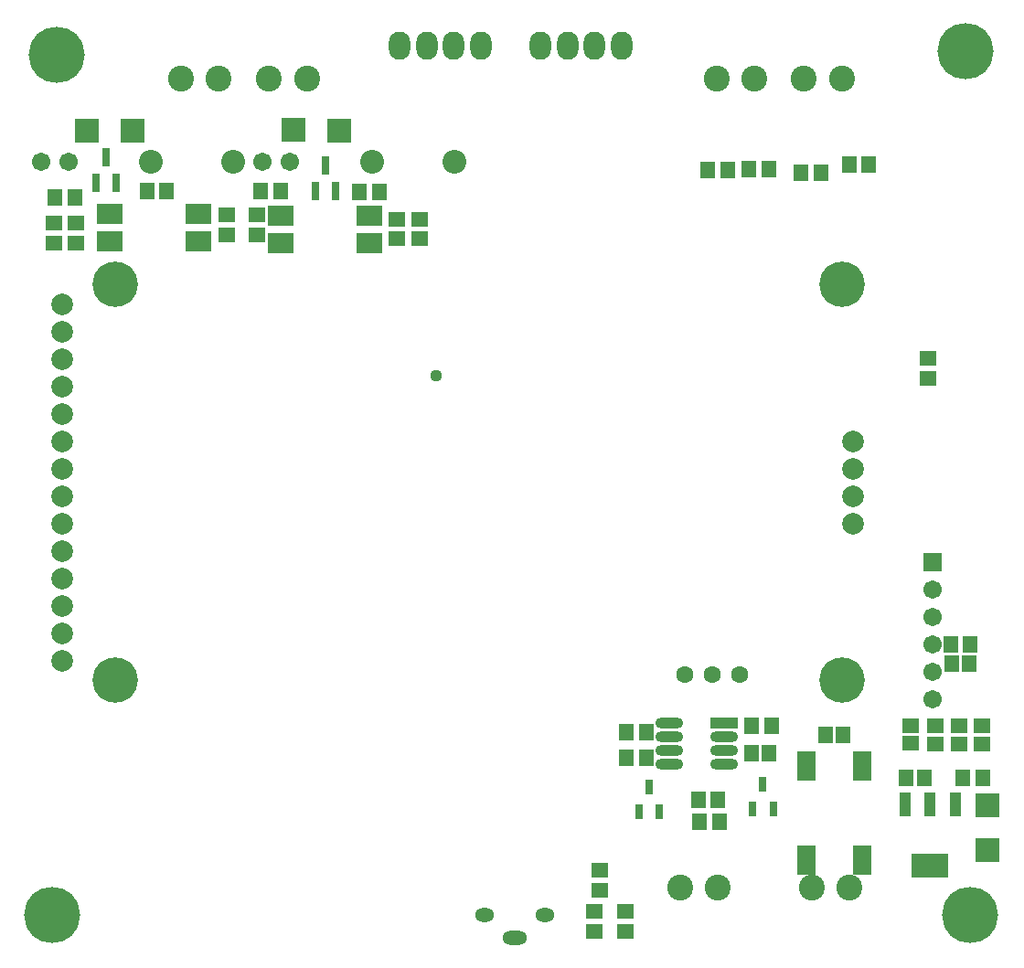
<source format=gbs>
G04*
G04 #@! TF.GenerationSoftware,Altium Limited,Altium Designer,21.5.1 (32)*
G04*
G04 Layer_Color=16711935*
%FSAX24Y24*%
%MOIN*%
G70*
G04*
G04 #@! TF.SameCoordinates,E50B5674-5FFA-4352-8543-23BF37AEB5C9*
G04*
G04*
G04 #@! TF.FilePolarity,Negative*
G04*
G01*
G75*
%ADD49R,0.0316X0.0651*%
%ADD51R,0.0572X0.0592*%
%ADD59R,0.0572X0.0631*%
%ADD60R,0.0631X0.0572*%
%ADD61C,0.1655*%
%ADD62C,0.0789*%
%ADD63C,0.0671*%
%ADD64C,0.0867*%
%ADD65R,0.0671X0.0671*%
%ADD66C,0.0946*%
%ADD67C,0.0631*%
%ADD68O,0.0780X0.1030*%
%ADD69O,0.0907X0.0513*%
%ADD70O,0.0710X0.0513*%
%ADD71C,0.2049*%
%ADD72C,0.0440*%
%ADD103R,0.0946X0.0749*%
%ADD104R,0.0867X0.0867*%
%ADD105R,0.0867X0.0867*%
%ADD106R,0.1340X0.0907*%
%ADD107R,0.0434X0.0907*%
%ADD108R,0.0671X0.1064*%
%ADD109R,0.0316X0.0533*%
%ADD110O,0.1025X0.0395*%
%ADD111R,0.1025X0.0395*%
%ADD112R,0.0592X0.0572*%
D49*
X012300Y041013D02*
D03*
X011926Y040087D02*
D03*
X012674D02*
D03*
X020674Y039787D02*
D03*
X019926D02*
D03*
X020300Y040713D02*
D03*
D51*
X021540Y039750D02*
D03*
X022260D02*
D03*
X014510Y039800D02*
D03*
X013790D02*
D03*
X010440Y039550D02*
D03*
X011160D02*
D03*
X031274Y019112D02*
D03*
X031994D02*
D03*
Y020050D02*
D03*
X031274D02*
D03*
X034610Y017600D02*
D03*
X033890D02*
D03*
X033940Y016800D02*
D03*
X034660D02*
D03*
X036560Y020300D02*
D03*
X035840D02*
D03*
X044260Y018400D02*
D03*
X043540D02*
D03*
X043090Y023250D02*
D03*
X043810D02*
D03*
X034240Y040550D02*
D03*
X034960D02*
D03*
X035740Y040600D02*
D03*
X036460D02*
D03*
X037640Y040450D02*
D03*
X038360D02*
D03*
X039390Y040750D02*
D03*
X040110D02*
D03*
X017940Y039800D02*
D03*
X018660D02*
D03*
D59*
X036480Y019300D02*
D03*
X035820D02*
D03*
X043780Y022550D02*
D03*
X043120D02*
D03*
X041470Y018400D02*
D03*
X042130D02*
D03*
X039180Y019950D02*
D03*
X038520D02*
D03*
D60*
X041650Y019640D02*
D03*
Y020300D02*
D03*
X042550Y019620D02*
D03*
Y020280D02*
D03*
X043400Y019620D02*
D03*
Y020280D02*
D03*
X044250Y019620D02*
D03*
Y020280D02*
D03*
D61*
X012650Y021943D02*
D03*
Y036400D02*
D03*
X039130Y021943D02*
D03*
Y036400D02*
D03*
D62*
X010713Y029672D02*
D03*
Y030672D02*
D03*
Y031672D02*
D03*
Y032672D02*
D03*
Y033672D02*
D03*
Y034672D02*
D03*
Y035672D02*
D03*
Y022672D02*
D03*
Y023672D02*
D03*
Y024672D02*
D03*
Y025672D02*
D03*
Y026672D02*
D03*
Y027672D02*
D03*
Y028672D02*
D03*
X039524Y027672D02*
D03*
Y028672D02*
D03*
Y029672D02*
D03*
Y030672D02*
D03*
D63*
X010950Y040850D02*
D03*
X009950D02*
D03*
X042450Y021250D02*
D03*
Y022250D02*
D03*
Y023250D02*
D03*
Y024250D02*
D03*
Y025250D02*
D03*
X019000Y040850D02*
D03*
X018000D02*
D03*
D64*
X016950D02*
D03*
X013950D02*
D03*
X025000D02*
D03*
X022000D02*
D03*
D65*
X042450Y026250D02*
D03*
D66*
X039128Y043900D02*
D03*
X037750D02*
D03*
X034600Y014400D02*
D03*
X033222D02*
D03*
X019628Y043900D02*
D03*
X018250D02*
D03*
X035950D02*
D03*
X034572D02*
D03*
X015040Y043887D02*
D03*
X016418D02*
D03*
X038022Y014400D02*
D03*
X039400D02*
D03*
D67*
X035400Y022150D02*
D03*
X033400D02*
D03*
X034400D02*
D03*
D68*
X029134Y045100D02*
D03*
X030119D02*
D03*
X031103D02*
D03*
X028150D02*
D03*
X024000D02*
D03*
X024984D02*
D03*
X025969D02*
D03*
X023016D02*
D03*
D69*
X027202Y012554D02*
D03*
D70*
X026100Y013400D02*
D03*
X028305D02*
D03*
D71*
X043650Y044900D02*
D03*
X010500Y044750D02*
D03*
X010350Y013400D02*
D03*
X043815D02*
D03*
D72*
X024350Y033050D02*
D03*
D103*
X021914Y038900D02*
D03*
Y037900D02*
D03*
X018686D02*
D03*
Y038900D02*
D03*
X012436Y038950D02*
D03*
Y037950D02*
D03*
X015664D02*
D03*
Y038950D02*
D03*
D104*
X019146Y042020D02*
D03*
X020800Y042000D02*
D03*
X013254Y041980D02*
D03*
X011600Y042000D02*
D03*
D105*
X044430Y015746D02*
D03*
X044450Y017400D02*
D03*
D106*
X042350Y015178D02*
D03*
D107*
X043256Y017422D02*
D03*
X042350D02*
D03*
X041444D02*
D03*
D108*
X037826Y018820D02*
D03*
X039874D02*
D03*
X037826Y015380D02*
D03*
X039874D02*
D03*
D109*
X036624Y017257D02*
D03*
X035876D02*
D03*
X036250Y018143D02*
D03*
X032100Y018043D02*
D03*
X031726Y017157D02*
D03*
X032474D02*
D03*
D110*
X034850Y018900D02*
D03*
X032850D02*
D03*
Y019400D02*
D03*
Y020400D02*
D03*
X034850Y019400D02*
D03*
Y019900D02*
D03*
X032850D02*
D03*
D111*
X034850Y020400D02*
D03*
D112*
X042257Y033676D02*
D03*
Y032956D02*
D03*
X016700Y038910D02*
D03*
Y038190D02*
D03*
X011200Y038610D02*
D03*
Y037890D02*
D03*
X010400Y037890D02*
D03*
Y038610D02*
D03*
X031250Y013510D02*
D03*
Y012790D02*
D03*
X030100Y013510D02*
D03*
Y012790D02*
D03*
X030300Y014290D02*
D03*
Y015010D02*
D03*
X022907Y038040D02*
D03*
Y038760D02*
D03*
X023750Y038040D02*
D03*
Y038760D02*
D03*
X017800Y038190D02*
D03*
Y038910D02*
D03*
M02*

</source>
